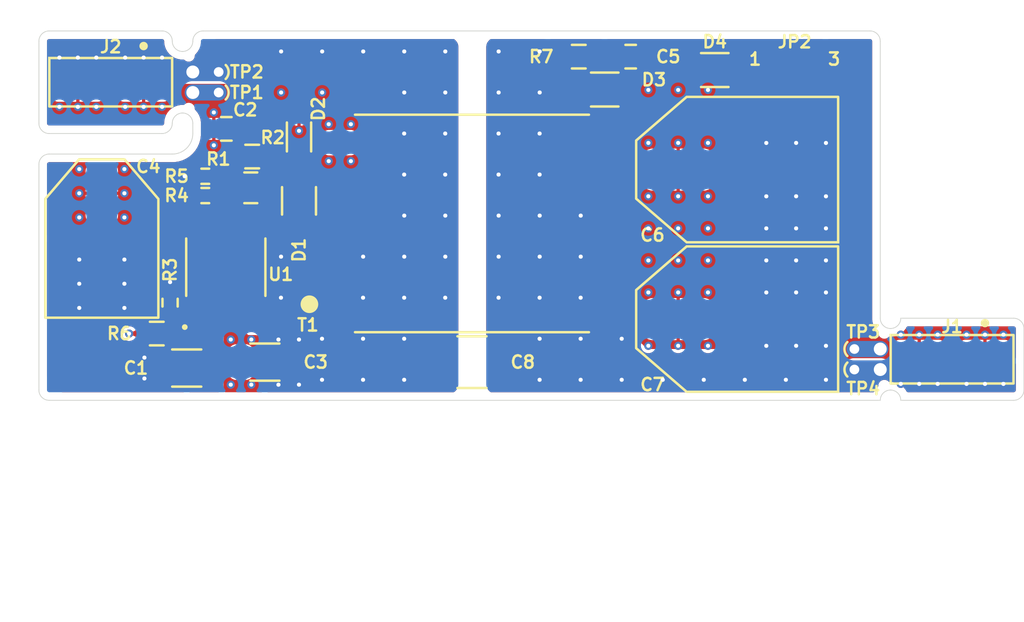
<source format=kicad_pcb>
(kicad_pcb (version 20241229) (generator "pcbnew") (generator_version "9.0")
  (layers (0 "F.Cu" signal) (4 "In1.Cu" power) (6 "In2.Cu" power) (2 "B.Cu" signal) (13 "F.Paste" user) (15 "B.Paste" user) (5 "F.SilkS" user "F.Silkscreen") (7 "B.SilkS" user "B.Silkscreen") (1 "F.Mask" user) (3 "B.Mask" user) (25 "Edge.Cuts" user))
  (net 0 "")
  (net 1 "/INTVCC")
  (net 3 "Net-(U1-RFB)")
  (net 5 "GND")
  (net 9 "GNDA")
  (net 11 "Net-(C2-Pad2)")
  (net 12 "Net-(U1-TC)")
  (net 13 "Net-(U1-RREF)")
  (net 14 "/VIN")
  (net 15 "Net-(D1-Pad1)")
  (net 16 "/EN{slash}UVLO")
  (net 17 "Net-(C5-Pad2)")
  (net 18 "Net-(D3-Pad2)")
  (net 19 "/VOUT")
  (net 20 "/SW")
  (net 21 "Net-(JP2-A)")
  (net 22 "/VOUT_SELECTED")
  (footprint "no_components_footprints:Fiducial_0.5mm_Mask1mm" (layer "F.Cu") (at 140.6652 122.4788)
    (property "Reference" "FID3" (hide yes))
    (property "Value" "Fiducial")
    (pad "" smd circle (at 0 0) (size 0.5 0.5) (layers "F.Cu" "F.Mask") (clearance 0.25))
  )
  (footprint "resistor_footprints:R_0402_1005Metric" (layer "F.Cu") (at 149.94608 109.62894 180)
    (property "Reference" "R5" (at 0.93 0 0) (layer "F.SilkS") (effects (font (size 0.762 0.762) (thickness 0.1524)) (justify right)))
    (property "Value" "10 kΩ")
    (fp_line (start 0.24 0.47) (end -0.24 0.47) (stroke (width 0.1524)) (layer "F.SilkS"))
    (fp_line (start 0.24 -0.47) (end -0.24 -0.47) (stroke (width 0.1524)) (layer "F.SilkS"))
    (pad "1" smd roundrect (at -0.51 0 180) (size 0.54 0.64) (layers "F.Cu" "F.Mask" "F.Paste") (net 13 "Net-(U1-RREF)"))
    (pad "2" smd roundrect (at 0.51 0 180) (size 0.54 0.64) (layers "F.Cu" "F.Mask" "F.Paste") (net 5 "GND"))
  )
  (footprint "diode_footprints:SOD123W" (layer "F.Cu") (at 155.74726 111.14994 -90)
    (property "Reference" "D1" (at 2.2 0 90) (layer "F.SilkS") (effects (font (size 0.762 0.762) (thickness 0.1524)) (justify right)))
    (property "Value" "100.0 V")
    (fp_line (start 0.85 1.05) (end -0.85 1.05) (stroke (width 0.1524)) (layer "F.SilkS"))
    (fp_line (start 0.85 -1.05) (end -0.85 -1.05) (stroke (width 0.1524)) (layer "F.SilkS"))
    (pad "1" smd roundrect (at -1.4 0 270) (size 1.1 1.1) (layers "F.Cu" "F.Mask" "F.Paste") (net 15 "Net-(D1-Pad1)"))
    (pad "2" smd roundrect (at 1.4 0 270) (size 1.1 1.1) (layers "F.Cu" "F.Mask" "F.Paste") (net 20 "/SW"))
  )
  (footprint "mouse_bite_footprints:mouse-bite-midle-50mil-200mil" (layer "F.Cu") (at 192.3542 120.9548 -90)
    (property "Reference" "MB2" (hide yes))
    (property "Value" "mouse-bite-midle-50mil-200mil" (hide yes))
    (pad "" np_thru_hole circle (at -1.651 0.381 270) (size 0.5 0.5) (drill 0.5) (layers "F&B.Cu" "*.Mask"))
    (pad "" np_thru_hole circle (at 1.651 0.381 270) (size 0.5 0.5) (drill 0.5) (layers "F&B.Cu" "*.Mask"))
  )
  (footprint "diode_footprints:SOD123W" (layer "F.Cu") (at 181.47792 103.05538 180)
    (property "Reference" "D4" (at 0 1.304 0) (layer "F.SilkS") (effects (font (size 0.762 0.762) (thickness 0.1524)) (justify bottom)))
    (property "Value" "100.0 V")
    (fp_line (start 0.85 1.05) (end -0.85 1.05) (stroke (width 0.1524)) (layer "F.SilkS"))
    (fp_line (start 0.85 -1.05) (end -0.85 -1.05) (stroke (width 0.1524)) (layer "F.SilkS"))
    (pad "1" smd roundrect (at -1.4 0 180) (size 1.1 1.1) (layers "F.Cu" "F.Mask" "F.Paste") (net 21 "Net-(JP2-A)"))
    (pad "2" smd roundrect (at 1.4 0 180) (size 1.1 1.1) (layers "F.Cu" "F.Mask" "F.Paste") (net 19 "/VOUT"))
  )
  (footprint "diode_footprints:SOD123W" (layer "F.Cu") (at 174.66772 104.26192 180)
    (property "Reference" "D3" (at -2.2 1.05 0) (layer "F.SilkS") (effects (font (size 0.762 0.762) (thickness 0.1524)) (justify left top)))
    (property "Value" "100.0 V")
    (fp_line (start 0.85 1.05) (end -0.85 1.05) (stroke (width 0.1524)) (layer "F.SilkS"))
    (fp_line (start 0.85 -1.05) (end -0.85 -1.05) (stroke (width 0.1524)) (layer "F.SilkS"))
    (pad "1" smd roundrect (at -1.4 0 180) (size 1.1 1.1) (layers "F.Cu" "F.Mask" "F.Paste") (net 19 "/VOUT"))
    (pad "2" smd roundrect (at 1.4 0 180) (size 1.1 1.1) (layers "F.Cu" "F.Mask" "F.Paste") (net 18 "Net-(D3-Pad2)"))
  )
  (footprint "test_point_footprints:TestPoint_THTPad_Castelated" (layer "F.Cu") (at 149.1742 104.4448)
    (property "Reference" "TP1" (at 2.2098 0 0) (layer "F.SilkS") (effects (font (size 0.762 0.762) (thickness 0.1524)) (justify left)))
    (property "Value" "TestPoint" (hide yes))
    (fp_arc (start 2.036734 -0.431051) (mid 2.215279 0.001265) (end 2.034942 0.432836) (stroke (width 0.1524)) (layer "F.SilkS"))
    (pad "1" thru_hole circle (at 0 0) (size 1 1) (drill 0.8) (property pad_prop_castellated) (layers "*.Cu" "*.Mask") (net 14 "/VIN"))
    (pad "1" thru_hole roundrect (at 1.6 0) (size 2.6 1) (drill 0.6 (offset -0.8 0)) (layers "*.Cu" "*.Mask") (roundrect_rratio 0.5) (net 14 "/VIN"))
  )
  (footprint "capacitor_footprints:C_0603_1608Metric" (layer "F.Cu") (at 151.25008 106.69524)
    (property "Reference" "C2" (at 0.325 -0.73 0) (layer "F.SilkS") (effects (font (size 0.762 0.762) (thickness 0.1524)) (justify left bottom)))
    (property "Value" "220 pF")
    (fp_line (start 0.325 -0.73) (end -0.325 -0.73) (stroke (width 0.1524)) (layer "F.SilkS"))
    (fp_line (start 0.325 0.73) (end -0.325 0.73) (stroke (width 0.1524)) (layer "F.SilkS"))
    (pad "1" smd roundrect (at -0.775 0) (size 0.9 0.95) (layers "F.Cu" "F.Mask" "F.Paste") (net 14 "/VIN"))
    (pad "2" smd roundrect (at 0.775 0) (size 0.9 0.95) (layers "F.Cu" "F.Mask" "F.Paste") (net 11 "Net-(C2-Pad2)"))
  )
  (footprint "resistor_footprints:R_0805_2012Metric" (layer "F.Cu") (at 152.76308 110.34268 180)
    (property "Reference" "R1" (at 1.1615 1.331 0) (layer "F.SilkS") (effects (font (size 0.762 0.762) (thickness 0.1524)) (justify right bottom)))
    (property "Value" "360 kΩ")
    (fp_line (start 0.3995 0.95) (end -0.3995 0.95) (stroke (width 0.1524)) (layer "F.SilkS"))
    (fp_line (start 0.3995 -0.95) (end -0.3995 -0.95) (stroke (width 0.1524)) (layer "F.SilkS"))
    (pad "1" smd roundrect (at -0.912 0 180) (size 1.025 1.4) (layers "F.Cu" "F.Mask" "F.Paste") (net 20 "/SW"))
    (pad "2" smd roundrect (at 0.912 0 180) (size 1.025 1.4) (layers "F.Cu" "F.Mask" "F.Paste") (net 3 "Net-(U1-RFB)"))
  )
  (footprint "capacitor_footprints:C_034x0263_8_0x6_7Metric" (layer "F.Cu") (at 182.86224 118.46941)
    (property "Reference" "C7" (at -4.395 4.5 0) (layer "F.SilkS") (effects (font (size 0.762 0.762) (thickness 0.1524)) (justify right bottom)))
    (property "Value" "33 µF")
    (fp_poly (pts (xy -3.125 -4.5) (xy -6.25 -1.8) (xy -6.25 1.8) (xy -3.125 4.5) (xy 6.25 4.5) (xy 6.25 -4.5)) (stroke (width 0.1524)) (fill no) (layer "F.SilkS"))
    (pad "1" smd roundrect (at -3.65 0) (size 4.2 2.2) (layers "F.Cu" "F.Mask" "F.Paste") (net 19 "/VOUT"))
    (pad "2" smd roundrect (at 3.65 0) (size 4.2 2.2) (layers "F.Cu" "F.Mask" "F.Paste") (net 9 "GNDA"))
  )
  (footprint "connector_footprints:FW-02-03-G-D-085-155" (layer "F.Cu") (at 196.1642 120.9548 -90)
    (property "Reference" "J1" (at -1.5762 0 0) (layer "F.SilkS") (effects (font (size 0.762 0.762) (thickness 0.1524)) (justify bottom)))
    (property "Value" "FW-02-03-G-D-085-155")
    (fp_rect (start -1.5 3.8) (end 1.5 -3.8) (stroke (width 0.1524)) (fill no) (layer "F.SilkS"))
    (fp_circle (center -2.24 -2.035) (end -2.425 -2.035) (stroke (width 0.1524)) (fill yes) (layer "F.SilkS"))
    (pad "1" smd roundrect (at -0.635 -2.035 270) (size 0.74 2.79) (layers "F.Cu" "F.Paste") (net 22 "/VOUT_SELECTED"))
    (pad "2" smd roundrect (at -0.635 2.035 270) (size 0.74 2.79) (layers "F.Cu" "F.Paste") (net 22 "/VOUT_SELECTED"))
    (pad "3" smd roundrect (at 0.635 -2.035 270) (size 0.74 2.79) (layers "F.Cu" "F.Paste") (net 9 "GNDA"))
    (pad "4" smd roundrect (at 0.635 2.035 270) (size 0.74 2.79) (layers "F.Cu" "F.Paste") (net 9 "GNDA"))
  )
  (footprint "resistor_footprints:R_0402_1005Metric" (layer "F.Cu") (at 149.94608 110.82274)
    (property "Reference" "R4" (at -0.93 0 0) (layer "F.SilkS") (effects (font (size 0.762 0.762) (thickness 0.1524)) (justify right)))
    (property "Value" "100 kΩ")
    (fp_line (start 0.24 -0.47) (end -0.24 -0.47) (stroke (width 0.1524)) (layer "F.SilkS"))
    (fp_line (start 0.24 0.47) (end -0.24 0.47) (stroke (width 0.1524)) (layer "F.SilkS"))
    (pad "1" smd roundrect (at -0.51 0) (size 0.54 0.64) (layers "F.Cu" "F.Mask" "F.Paste") (net 12 "Net-(U1-TC)"))
    (pad "2" smd roundrect (at 0.51 0) (size 0.54 0.64) (layers "F.Cu" "F.Mask" "F.Paste") (net 13 "Net-(U1-RREF)"))
  )
  (footprint "test_point_footprints:TestPoint_THTPad_Castelated" (layer "F.Cu") (at 191.7192 120.3198 180)
    (property "Reference" "TP3" (at 1.0541 0.6096 0) (layer "F.SilkS") (effects (font (size 0.762 0.762) (thickness 0.1524)) (justify bottom)))
    (property "Value" "TestPoint" (hide yes))
    (fp_arc (start 2.036734 -0.431051) (mid 2.215279 0.001265) (end 2.034942 0.432836) (stroke (width 0.1524)) (layer "F.SilkS"))
    (pad "1" thru_hole circle (at 0 0 180) (size 1 1) (drill 0.8) (property pad_prop_castellated) (layers "*.Cu" "*.Mask") (net 22 "/VOUT_SELECTED"))
    (pad "1" thru_hole roundrect (at 1.6 0 180) (size 2.6 1) (drill 0.6 (offset -0.8 0)) (layers "*.Cu" "*.Mask") (roundrect_rratio 0.5) (net 22 "/VOUT_SELECTED"))
  )
  (footprint "diode_footprints:SOD323" (layer "F.Cu") (at 155.74726 107.19562 90)
    (property "Reference" "D2" (at 0.895 0.75 90) (layer "F.SilkS") (effects (font (size 0.762 0.762) (thickness 0.1524)) (justify left top)))
    (property "Value" "51 V")
    (fp_line (start 0.895 -0.75) (end -0.895 -0.75) (stroke (width 0.1524)) (layer "F.SilkS"))
    (fp_line (start 0.895 0.75) (end -0.895 0.75) (stroke (width 0.1524)) (layer "F.SilkS"))
    (pad "1" smd roundrect (at -1.14 0 90) (size 0.49 0.45) (layers "F.Cu" "F.Mask" "F.Paste") (net 15 "Net-(D1-Pad1)"))
    (pad "2" smd roundrect (at 1.14 0 90) (size 0.49 0.45) (layers "F.Cu" "F.Mask" "F.Paste") (net 14 "/VIN"))
  )
  (footprint "analog_devices_footprints:S_8E_ADI" (layer "F.Cu") (at 151.21608 115.25504 90)
    (property "Reference" "U1" (at 0 2.54 0) (layer "F.SilkS") (effects (font (size 0.762 0.762) (thickness 0.1524) (bold yes)) (justify left top)))
    (property "Value" "LT8304IS8E-PBF")
    (fp_line (start 1.775103 -2.4511) (end -1.775103 -2.4511) (stroke (width 0.1524)) (layer "F.SilkS"))
    (fp_line (start -1.775103 2.4511) (end 1.775103 2.4511) (stroke (width 0.1524)) (layer "F.SilkS"))
    (fp_circle (center -3.7084 -2.54) (end -3.5814 -2.54) (stroke (width 0.1)) (fill yes) (layer "F.SilkS"))
    (pad "1" smd rect (at -2.7051 -1.905 90) (size 1.4986 0.5334) (layers "F.Cu" "F.Mask" "F.Paste") (net 16 "/EN{slash}UVLO"))
    (pad "2" smd rect (at -2.7051 -0.635 90) (size 1.4986 0.5334) (layers "F.Cu" "F.Mask" "F.Paste") (net 1 "/INTVCC"))
    (pad "3" smd rect (at -2.7051 0.635 90) (size 1.4986 0.5334) (layers "F.Cu" "F.Mask" "F.Paste") (net 14 "/VIN"))
    (pad "4" smd rect (at -2.7051 1.905 90) (size 1.4986 0.5334) (layers "F.Cu" "F.Mask" "F.Paste") (net 5 "GND"))
    (pad "5" smd rect (at 2.7051 1.905 90) (size 1.4986 0.5334) (layers "F.Cu" "F.Mask" "F.Paste") (net 20 "/SW"))
    (pad "6" smd rect (at 2.7051 0.635 90) (size 1.4986 0.5334) (layers "F.Cu" "F.Mask" "F.Paste") (net 3 "Net-(U1-RFB)"))
    (pad "7" smd rect (at 2.7051 -0.635 90) (size 1.4986 0.5334) (layers "F.Cu" "F.Mask" "F.Paste") (net 13 "Net-(U1-RREF)"))
    (pad "8" smd rect (at 2.7051 -1.905 90) (size 1.4986 0.5334) (layers "F.Cu" "F.Mask" "F.Paste") (net 12 "Net-(U1-TC)"))
    (pad "EPAD" smd rect (at 0 0 90) (size 2.286 3.2766) (layers "F.Cu" "F.Mask") (net 5 "GND"))
  )
  (footprint "capacitor_footprints:C_023x0248_5_9x6_3Metric" (layer "F.Cu") (at 143.54302 113.481261 -90)
    (property "Reference" "C4" (at -4.9 -2.035 0) (layer "F.SilkS") (effects (font (size 0.762 0.762) (thickness 0.1524)) (justify left top)))
    (property "Value" "22 µF")
    (fp_poly (pts (xy -2.45 -3.5) (xy -4.9 -1.4) (xy -4.9 1.4) (xy -2.45 3.5) (xy 4.9 3.5) (xy 4.9 -3.5)) (stroke (width 0.1524)) (fill no) (layer "F.SilkS"))
    (pad "1" smd roundrect (at -2.8 0 270) (size 3.5 1.6) (layers "F.Cu" "F.Mask" "F.Paste") (net 14 "/VIN"))
    (pad "2" smd roundrect (at 2.8 0 270) (size 3.5 1.6) (layers "F.Cu" "F.Mask" "F.Paste") (net 5 "GND"))
  )
  (footprint "connector_footprints:FW-02-03-G-D-085-155" (layer "F.Cu") (at 144.095136 103.809564 -90)
    (property "Reference" "J2" (at -1.754 0 0) (layer "F.SilkS") (effects (font (size 0.762 0.762) (thickness 0.1524)) (justify bottom)))
    (property "Value" "FW-02-03-G-D-085-155")
    (fp_rect (start -1.5 3.8) (end 1.5 -3.8) (stroke (width 0.1524)) (fill no) (layer "F.SilkS"))
    (fp_circle (center -2.24 -2.035) (end -2.425 -2.035) (stroke (width 0.1524)) (fill yes) (layer "F.SilkS"))
    (pad "1" smd roundrect (at -0.635 -2.035 270) (size 0.74 2.79) (layers "F.Cu" "F.Paste") (net 5 "GND"))
    (pad "2" smd roundrect (at -0.635 2.035 270) (size 0.74 2.79) (layers "F.Cu" "F.Paste") (net 5 "GND"))
    (pad "3" smd roundrect (at 0.635 -2.035 270) (size 0.74 2.79) (layers "F.Cu" "F.Paste") (net 14 "/VIN"))
    (pad "4" smd roundrect (at 0.635 2.035 270) (size 0.74 2.79) (layers "F.Cu" "F.Paste") (net 14 "/VIN"))
  )
  (footprint "capacitor_footprints:C_0603_1608Metric" (layer "F.Cu") (at 176.27346 102.22738 180)
    (property "Reference" "C5" (at -1.48 0 0) (layer "F.SilkS") (effects (font (size 0.762 0.762) (thickness 0.1524)) (justify left)))
    (property "Value" "220 pF")
    (fp_line (start 0.325 0.73) (end -0.325 0.73) (stroke (width 0.1524)) (layer "F.SilkS"))
    (fp_line (start 0.325 -0.73) (end -0.325 -0.73) (stroke (width 0.1524)) (layer "F.SilkS"))
    (pad "1" smd roundrect (at -0.775 0 180) (size 0.9 0.95) (layers "F.Cu" "F.Mask" "F.Paste") (net 19 "/VOUT"))
    (pad "2" smd roundrect (at 0.775 0 180) (size 0.9 0.95) (layers "F.Cu" "F.Mask" "F.Paste") (net 17 "Net-(C5-Pad2)"))
  )
  (footprint "capacitor_footprints:C_1206_3216Metric" (layer "F.Cu") (at 153.63438 121.13006)
    (property "Reference" "C3" (at 2.3 0 0) (layer "F.SilkS") (effects (font (size 0.762 0.762) (thickness 0.1524)) (justify left)))
    (property "Value" "10 µF")
    (fp_line (start 0.9 -1.15) (end -0.9 -1.15) (stroke (width 0.1524)) (layer "F.SilkS"))
    (fp_line (start 0.9 1.15) (end -0.9 1.15) (stroke (width 0.1524)) (layer "F.SilkS"))
    (pad "1" smd roundrect (at -1.475 0) (size 1.15 1.8) (layers "F.Cu" "F.Mask" "F.Paste") (net 14 "/VIN"))
    (pad "2" smd roundrect (at 1.475 0) (size 1.15 1.8) (layers "F.Cu" "F.Mask" "F.Paste") (net 5 "GND"))
  )
  (footprint "resistor_footprints:R_0603_1608Metric" (layer "F.Cu") (at 146.94316 119.36476)
    (property "Reference" "R6" (at -1.48 0 0) (layer "F.SilkS") (effects (font (size 0.762 0.762) (thickness 0.1524)) (justify right)))
    (property "Value" "1 MΩ")
    (fp_line (start 0.425 -0.73) (end -0.425 -0.73) (stroke (width 0.1524)) (layer "F.SilkS"))
    (fp_line (start 0.425 0.73) (end -0.425 0.73) (stroke (width 0.1524)) (layer "F.SilkS"))
    (pad "1" smd roundrect (at -0.825 0) (size 0.8 0.95) (layers "F.Cu" "F.Mask" "F.Paste") (net 14 "/VIN"))
    (pad "2" smd roundrect (at 0.825 0) (size 0.8 0.95) (layers "F.Cu" "F.Mask" "F.Paste") (net 16 "/EN{slash}UVLO"))
  )
  (footprint "transformer_footprints:750315836" (layer "F.Cu") (at 166.45113 112.548888 180)
    (property "Reference" "T1" (at 9.4 -6.73 0) (layer "F.SilkS") (effects (font (size 0.762 0.762) (thickness 0.1524)) (justify right bottom)))
    (property "Value" "750315836")
    (fp_line (start 7.24 6.73) (end -7.24 6.73) (stroke (width 0.1524)) (layer "F.SilkS"))
    (fp_line (start 7.24 -6.73) (end -7.24 -6.73) (stroke (width 0.1524)) (layer "F.SilkS"))
    (fp_circle (center 10.06 -5) (end 9.59 -5) (stroke (width 0.1524)) (fill yes) (layer "F.SilkS"))
    (pad "1" smd roundrect (at 8.18 -5 180) (size 1.88 1.17) (layers "F.Cu" "F.Mask" "F.Paste"))
    (pad "2" smd roundrect (at 8.18 -2.5 180) (size 1.88 1.17) (layers "F.Cu" "F.Mask" "F.Paste"))
    (pad "3" smd roundrect (at 8.18 0 180) (size 1.88 1.17) (layers "F.Cu" "F.Mask" "F.Paste") (net 20 "/SW"))
    (pad "4" smd roundrect (at 8.18 2.5 180) (size 1.88 1.17) (layers "F.Cu" "F.Mask" "F.Paste"))
    (pad "5" smd roundrect (at 8.18 5 180) (size 1.88 1.17) (layers "F.Cu" "F.Mask" "F.Paste") (net 14 "/VIN"))
    (pad "6" smd roundrect (at -8.18 5 180) (size 1.88 1.17) (layers "F.Cu" "F.Mask" "F.Paste"))
    (pad "7" smd roundrect (at -8.18 2.5 180) (size 1.88 1.17) (layers "F.Cu" "F.Mask" "F.Paste") (net 18 "Net-(D3-Pad2)"))
    (pad "8" smd roundrect (at -8.18 0 180) (size 1.88 1.17) (layers "F.Cu" "F.Mask" "F.Paste"))
    (pad "9" smd roundrect (at -8.18 -2.5 180) (size 1.88 1.17) (layers "F.Cu" "F.Mask" "F.Paste") (net 9 "GNDA"))
    (pad "10" smd roundrect (at -8.18 -5 180) (size 1.88 1.17) (layers "F.Cu" "F.Mask" "F.Paste"))
  )
  (footprint "capacitor_footprints:C_1206_3216Metric" (layer "F.Cu") (at 148.79778 121.49836 180)
    (property "Reference" "C1" (at 2.3 0 0) (layer "F.SilkS") (effects (font (size 0.762 0.762) (thickness 0.1524)) (justify right)))
    (property "Value" "1 µF")
    (fp_line (start 0.9 1.15) (end -0.9 1.15) (stroke (width 0.1524)) (layer "F.SilkS"))
    (fp_line (start 0.9 -1.15) (end -0.9 -1.15) (stroke (width 0.1524)) (layer "F.SilkS"))
    (pad "1" smd roundrect (at -1.475 0 180) (size 1.15 1.8) (layers "F.Cu" "F.Mask" "F.Paste") (net 1 "/INTVCC"))
    (pad "2" smd roundrect (at 1.475 0 180) (size 1.15 1.8) (layers "F.Cu" "F.Mask" "F.Paste") (net 5 "GND"))
  )
  (footprint "capacitor_footprints:C_1210_140_3225Metric" (layer "F.Cu") (at 166.45202 121.1326)
    (property "Reference" "C8" (at 2.3 0 0) (layer "F.SilkS") (effects (font (size 0.762 0.762) (thickness 0.1524)) (justify left)))
    (property "Value" "4.7 nF")
    (fp_line (start 0.9 -1.6) (end -0.9 -1.6) (stroke (width 0.1524)) (layer "F.SilkS"))
    (fp_line (start 0.9 1.6) (end -0.9 1.6) (stroke (width 0.1524)) (layer "F.SilkS"))
    (pad "1" smd roundrect (at -1.475 0) (size 1.15 2.7) (layers "F.Cu" "F.Mask" "F.Paste") (net 5 "GND"))
    (pad "2" smd roundrect (at 1.475 0) (size 1.15 2.7) (layers "F.Cu" "F.Mask" "F.Paste") (net 9 "GNDA"))
  )
  (footprint "resistor_footprints:R_0603_1608Metric" (layer "F.Cu") (at 152.85008 108.40974)
    (property "Reference" "R2" (at 0.425 -0.73 0) (layer "F.SilkS") (effects (font (size 0.762 0.762) (thickness 0.1524)) (justify left bottom)))
    (property "Value" "100 Ω")
    (fp_line (start 0.425 -0.73) (end -0.425 -0.73) (stroke (width 0.1524)) (layer "F.SilkS"))
    (fp_line (start 0.425 0.73) (end -0.425 0.73) (stroke (width 0.1524)) (layer "F.SilkS"))
    (pad "1" smd roundrect (at -0.825 0) (size 0.8 0.95) (layers "F.Cu" "F.Mask" "F.Paste") (net 11 "Net-(C2-Pad2)"))
    (pad "2" smd roundrect (at 0.825 0) (size 0.8 0.95) (layers "F.Cu" "F.Mask" "F.Paste") (net 20 "/SW"))
  )
  (footprint "capacitor_footprints:C_034x0263_8_0x6_7Metric" (layer "F.Cu") (at 182.86224 109.21619)
    (property "Reference" "C6" (at -4.395 4.5 0) (layer "F.SilkS") (effects (font (size 0.762 0.762) (thickness 0.1524)) (justify right bottom)))
    (property "Value" "33 µF")
    (fp_poly (pts (xy -3.125 -4.5) (xy -6.25 -1.8) (xy -6.25 1.8) (xy -3.125 4.5) (xy 6.25 4.5) (xy 6.25 -4.5)) (stroke (width 0.1524)) (fill no) (layer "F.SilkS"))
    (pad "1" smd roundrect (at -3.65 0) (size 4.2 2.2) (layers "F.Cu" "F.Mask" "F.Paste") (net 19 "/VOUT"))
    (pad "2" smd roundrect (at 3.65 0) (size 4.2 2.2) (layers "F.Cu" "F.Mask" "F.Paste") (net 9 "GNDA"))
  )
  (footprint "no_components_footprints:Fiducial_0.5mm_Mask1mm" (layer "F.Cu") (at 150.1902 101.6508)
    (property "Reference" "FID2" (hide yes))
    (property "Value" "Fiducial")
    (pad "" smd circle (at 0 0) (size 0.5 0.5) (layers "F.Cu" "F.Mask") (clearance 0.25))
  )
  (footprint "test_point_footprints:TestPoint_THTPad_Castelated" (layer "F.Cu") (at 149.1742 103.1748)
    (property "Reference" "TP2" (at 2.2098 0 0) (layer "F.SilkS") (effects (font (size 0.762 0.762) (thickness 0.1524)) (justify left)))
    (property "Value" "TestPoint" (hide yes))
    (fp_arc (start 2.036734 -0.431051) (mid 2.215279 0.001265) (end 2.034942 0.432836) (stroke (width 0.1524)) (layer "F.SilkS"))
    (pad "1" thru_hole circle (at 0 0) (size 1 1) (drill 0.8) (property pad_prop_castellated) (layers "*.Cu" "*.Mask") (net 5 "GND"))
    (pad "1" thru_hole roundrect (at 1.6 0) (size 2.6 1) (drill 0.6 (offset -0.8 0)) (layers "*.Cu" "*.Mask") (roundrect_rratio 0.5) (net 5 "GND"))
  )
  (footprint "resistor_footprints:R_0402_1005Metric" (layer "F.Cu") (at 147.76816 117.45014 -90)
    (property "Reference" "R3" (at -1.184 0 90) (layer "F.SilkS") (effects (font (size 0.762 0.762) (thickness 0.1524)) (justify left)))
    (property "Value" "100 kΩ")
    (fp_line (start 0.24 0.47) (end -0.24 0.47) (stroke (width 0.1524)) (layer "F.SilkS"))
    (fp_line (start 0.24 -0.47) (end -0.24 -0.47) (stroke (width 0.1524)) (layer "F.SilkS"))
    (pad "1" smd roundrect (at -0.51 0 270) (size 0.54 0.64) (layers "F.Cu" "F.Mask" "F.Paste") (net 5 "GND"))
    (pad "2" smd roundrect (at 0.51 0 270) (size 0.54 0.64) (layers "F.Cu" "F.Mask" "F.Paste") (net 16 "/EN{slash}UVLO"))
  )
  (footprint "no_components_footprints:Fiducial_0.5mm_Mask1mm" (layer "F.Cu") (at 190.4492 101.9048)
    (property "Reference" "FID1" (hide yes))
    (property "Value" "Fiducial")
    (pad "" smd circle (at 0 0) (size 0.5 0.5) (layers "F.Cu" "F.Mask") (clearance 0.25))
  )
  (footprint "resistor_footprints:R_0603_1608Metric" (layer "F.Cu") (at 173.06036 102.22738 180)
    (property "Reference" "R7" (at 1.48 0 0) (layer "F.SilkS") (effects (font (size 0.762 0.762) (thickness 0.1524)) (justify right)))
    (property "Value" "100 Ω")
    (fp_line (start 0.425 0.73) (end -0.425 0.73) (stroke (width 0.1524)) (layer "F.SilkS"))
    (fp_line (start 0.425 -0.73) (end -0.425 -0.73) (stroke (width 0.1524)) (layer "F.SilkS"))
    (pad "1" smd roundrect (at -0.825 0 180) (size 0.8 0.95) (layers "F.Cu" "F.Mask" "F.Paste") (net 17 "Net-(C5-Pad2)"))
    (pad "2" smd roundrect (at 0.825 0 180) (size 0.8 0.95) (layers "F.Cu" "F.Mask" "F.Paste") (net 18 "Net-(D3-Pad2)"))
  )
  (footprint "solder_jumper_footprints:SolderJumper-3_P1.3mm_Bridged_1_2_RoundedPad1.0x1.5mm_NumberLabels" (layer "F.Cu") (at 186.42076 102.872155)
    (property "Reference" "JP2" (at 0 -1.1176 0) (layer "F.SilkS") (effects (font (size 0.762 0.762) (thickness 0.1524) (bold yes)) (justify bottom)))
    (property "Value" "SolderJumper_3_Open")
    (fp_rect (start -0.8915 -0.254) (end -0.3835 0.254) (stroke (width 0.2)) (fill yes) (layer "F.Cu"))
    (fp_text user "3" (at 1.9812 -0.9398 0) (layer "F.SilkS") (effects (font (size 0.762 0.762) (thickness 0.1524) (bold yes)) (justify left top)))
    (fp_text user "1" (at -1.9812 -0.9398 0) (layer "F.SilkS") (effects (font (size 0.762 0.762) (thickness 0.1524) (bold yes)) (justify right top)))
    (pad "1" smd custom (at -1.3 0) (size 1 0.5) (layers "F.Cu" "F.Mask") (net 21 "Net-(JP2-A)") (options (clearance outline) (anchor rect)) (primitives (gr_circle (center 0 0.25) (end 0.5 0.25) (width 0) (fill yes)) (gr_circle (center 0 -0.25) (end 0.5 -0.25) (width 0) (fill yes)) (gr_poly (pts (xy 0.55 0.75) (xy 0 0.75) (xy 0 -0.75) (xy 0.55 -0.75)) (width 0) (fill yes))))
    (pad "2" smd rect (at 0 0) (size 1 1.5) (layers "F.Cu" "F.Mask") (net 22 "/VOUT_SELECTED"))
    (pad "3" smd custom (at 1.3 0) (size 1 0.5) (layers "F.Cu" "F.Mask") (net 19 "/VOUT") (options (clearance outline) (anchor rect)) (primitives (gr_circle (center 0 0.25) (end 0.5 0.25) (width 0) (fill yes)) (gr_circle (center 0 -0.25) (end 0.5 -0.25) (width 0) (fill yes)) (gr_poly (pts (xy 0 0.75) (xy -0.55 0.75) (xy -0.55 -0.75) (xy 0 -0.75)) (width 0) (fill yes))))
  )
  (footprint "mouse_bite_footprints:mouse-bite-midle-50mil-200mil" (layer "F.Cu") (at 148.5392 103.8098 90)
    (property "Reference" "MB1" (hide yes))
    (property "Value" "mouse-bite-midle-50mil-200mil" (hide yes))
    (pad "" np_thru_hole circle (at -1.651 0.381 90) (size 0.5 0.5) (drill 0.5) (layers "F&B.Cu" "*.Mask"))
    (pad "" np_thru_hole circle (at 1.651 0.381 90) (size 0.5 0.5) (drill 0.5) (layers "F&B.Cu" "*.Mask"))
  )
  (footprint "test_point_footprints:TestPoint_THTPad_Castelated" (layer "F.Cu") (at 191.7192 121.5898 180)
    (property "Reference" "TP4" (at 1.0541 -0.7366 0) (layer "F.SilkS") (effects (font (size 0.762 0.762) (thickness 0.1524)) (justify top)))
    (property "Value" "TestPoint" (hide yes))
    (fp_arc (start 2.036734 -0.431051) (mid 2.215279 0.001265) (end 2.034942 0.432836) (stroke (width 0.1524)) (layer "F.SilkS"))
    (pad "1" thru_hole circle (at 0 0 180) (size 1 1) (drill 0.8) (property pad_prop_castellated) (layers "*.Cu" "*.Mask") (net 9 "GNDA"))
    (pad "1" thru_hole roundrect (at 1.6 0 180) (size 2.6 1) (drill 0.6 (offset -0.8 0)) (layers "*.Cu" "*.Mask") (roundrect_rratio 0.5) (net 9 "GNDA"))
  )
  (gr_line (start 140.2842 100.6348) (end 147.2692 100.6348) (stroke (width 0.05)) (layer "Edge.Cuts"))
  (gr_line (start 192.9892 123.4948) (end 199.9742 123.4948) (stroke (width 0.05)) (layer "Edge.Cuts"))
  (gr_line (start 191.7192 101.2698) (end 191.7192 118.4148) (stroke (width 0.05)) (layer "Edge.Cuts"))
  (gr_arc (start 139.6492 108.8898) (mid 139.835187 108.440787) (end 140.2842 108.2548) (stroke (width 0.05)) (layer "Edge.Cuts"))
  (gr_arc (start 147.903728 106.3498) (mid 147.717743 106.798823) (end 147.268728 106.9848) (stroke (width 0.05)) (layer "Edge.Cuts"))
  (gr_arc (start 192.3542 122.8598) (mid 192.803213 123.045787) (end 192.9892 123.4948) (stroke (width 0.05)) (layer "Edge.Cuts"))
  (gr_arc (start 199.9742 118.4148) (mid 200.423213 118.600787) (end 200.6092 119.0498) (stroke (width 0.05)) (layer "Edge.Cuts"))
  (gr_arc (start 140.2842 106.9848) (mid 139.835187 106.798813) (end 139.6492 106.3498) (stroke (width 0.05)) (layer "Edge.Cuts"))
  (gr_line (start 139.6492 106.3498) (end 139.6492 101.2698) (stroke (width 0.05)) (layer "Edge.Cuts"))
  (gr_arc (start 191.0842 100.6348) (mid 191.533213 100.820787) (end 191.7192 101.2698) (stroke (width 0.05)) (layer "Edge.Cuts"))
  (gr_arc (start 149.1742 101.2698) (mid 149.360187 100.820787) (end 149.8092 100.6348) (stroke (width 0.05)) (layer "Edge.Cuts"))
  (gr_arc (start 191.7192 123.4948) (mid 191.905187 123.045787) (end 192.3542 122.8598) (stroke (width 0.05)) (layer "Edge.Cuts"))
  (gr_line (start 139.6492 122.8598) (end 139.6492 108.8898) (stroke (width 0.05)) (layer "Edge.Cuts"))
  (gr_line (start 191.7192 123.4948) (end 140.2842 123.4948) (stroke (width 0.05)) (layer "Edge.Cuts"))
  (gr_line (start 192.9892 118.4148) (end 199.9742 118.4148) (stroke (width 0.05)) (layer "Edge.Cuts"))
  (gr_arc (start 147.903728 106.3498) (mid 148.089717 105.900797) (end 148.538728 105.7148) (stroke (width 0.05)) (layer "Edge.Cuts"))
  (gr_line (start 149.8092 100.6348) (end 191.0842 100.6348) (stroke (width 0.05)) (layer "Edge.Cuts"))
  (gr_arc (start 149.173885 106.984485) (mid 148.802022 107.882714) (end 147.903885 108.2548) (stroke (width 0.05)) (layer "Edge.Cuts"))
  (gr_line (start 147.903885 108.2548) (end 140.2842 108.2548) (stroke (width 0.05)) (layer "Edge.Cuts"))
  (gr_arc (start 139.6492 101.2698) (mid 139.835187 100.820787) (end 140.2842 100.6348) (stroke (width 0.05)) (layer "Edge.Cuts"))
  (gr_arc (start 149.1742 101.2698) (mid 148.988213 101.718813) (end 148.5392 101.9048) (stroke (width 0.05)) (layer "Edge.Cuts"))
  (gr_arc (start 148.5392 101.9048) (mid 148.090187 101.718813) (end 147.9042 101.2698) (stroke (width 0.05)) (layer "Edge.Cuts"))
  (gr_line (start 149.173728 106.3498) (end 149.173885 106.984485) (stroke (width 0.05)) (layer "Edge.Cuts"))
  (gr_arc (start 200.6092 122.8598) (mid 200.423213 123.308813) (end 199.9742 123.4948) (stroke (width 0.05)) (layer "Edge.Cuts"))
  (gr_line (start 200.6092 119.0498) (end 200.6092 122.8598) (stroke (width 0.05)) (layer "Edge.Cuts"))
  (gr_arc (start 192.3542 119.0498) (mid 191.905187 118.863813) (end 191.7192 118.4148) (stroke (width 0.05)) (layer "Edge.Cuts"))
  (gr_arc (start 147.2692 100.6348) (mid 147.718213 100.820787) (end 147.9042 101.2698) (stroke (width 0.05)) (layer "Edge.Cuts"))
  (gr_arc (start 148.538728 105.7148) (mid 148.987741 105.900787) (end 149.173728 106.3498) (stroke (width 0.05)) (layer "Edge.Cuts"))
  (gr_line (start 147.268728 106.9848) (end 140.2842 106.9848) (stroke (width 0.05)) (layer "Edge.Cuts"))
  (gr_arc (start 192.9892 118.4148) (mid 192.803213 118.863813) (end 192.3542 119.0498) (stroke (width 0.05)) (layer "Edge.Cuts"))
  (gr_arc (start 140.2842 123.4948) (mid 139.835187 123.308813) (end 139.6492 122.8598) (stroke (width 0.05)) (layer "Edge.Cuts"))
  (segment (start 151.85108 112.54994) (end 151.85108 110.34268) (width 0.1778) (layer "F.Cu") (net 3))
  (via (at 164.7952 106.9848) (size 0.508) (drill 0.254) (layers "F.Cu" "B.Cu") (net 5))
  (via (at 146.130136 102.285344) (size 0.508) (drill 0.254) (layers "F.Cu" "B.Cu") (net 5))
  (via (at 142.14602 116.281261) (size 0.508) (drill 0.254) (layers "F.Cu" "B.Cu") (net 5))
  (via (at 154.47438 119.7356) (size 0.508) (drill 0.254) (layers "F.Cu" "B.Cu") (net 5))
  (via (at 142.060136 102.285564) (size 0.508) (drill 0.254) (layers "F.Cu" "B.Cu") (net 5))
  (via (at 164.80013 101.9048) (size 0.508) (drill 0.254) (layers "F.Cu" "B.Cu") (net 5))
  (via (at 144.94002 117.77726) (size 0.508) (drill 0.254) (layers "F.Cu" "B.Cu") (net 5))
  (via (at 157.17027 122.2248) (size 0.508) (drill 0.254) (layers "F.Cu" "B.Cu") (net 5))
  (via (at 157.17027 119.6848) (size 0.508) (drill 0.254) (layers "F.Cu" "B.Cu") (net 5))
  (via (at 159.71027 119.6848) (size 0.508) (drill 0.254) (layers "F.Cu" "B.Cu") (net 5))
  (via (at 144.989137 102.285344) (size 0.508) (drill 0.254) (layers "F.Cu" "B.Cu") (net 5))
  (via (at 162.26013 112.0648) (size 0.508) (drill 0.254) (layers "F.Cu" "B.Cu") (net 5))
  (via (at 148.67408 109.62894) (size 0.508) (drill 0.254) (layers "F.Cu" "B.Cu") (net 5))
  (via (at 146.17978 120.85236) (size 0.508) (drill 0.254) (layers "F.Cu" "B.Cu") (net 5))
  (via (at 155.74438 122.52706) (size 0.508) (drill 0.254) (layers "F.Cu" "B.Cu") (net 5))
  (via (at 162.2552 106.9848) (size 0.508) (drill 0.254) (layers "F.Cu" "B.Cu") (net 5))
  (via (at 164.80013 114.6048) (size 0.508) (drill 0.254) (layers "F.Cu" "B.Cu") (net 5))
  (via (at 147.271136 102.285344) (size 0.508) (drill 0.254) (layers "F.Cu" "B.Cu") (net 5))
  (via (at 140.919137 102.285564) (size 0.508) (drill 0.254) (layers "F.Cu" "B.Cu") (net 5))
  (via (at 162.26013 104.4448) (size 0.508) (drill 0.254) (layers "F.Cu" "B.Cu") (net 5))
  (via (at 154.6352 114.6048) (size 0.508) (drill 0.254) (layers "F.Cu" "B.Cu") (net 5))
  (via (at 162.26013 114.6048) (size 0.508) (drill 0.254) (layers "F.Cu" "B.Cu") (net 5))
  (via (at 164.7952 117.1448) (size 0.508) (drill 0.254) (layers "F.Cu" "B.Cu") (net 5))
  (via (at 162.2552 119.6848) (size 0.508) (drill 0.254) (layers "F.Cu" "B.Cu") (net 5))
  (via (at 147.76816 116.17814) (size 0.508) (drill 0.254) (layers "F.Cu" "B.Cu") (net 5))
  (via (at 142.14602 114.785261) (size 0.508) (drill 0.254) (layers "F.Cu" "B.Cu") (net 5))
  (via (at 162.2552 109.5248) (size 0.508) (drill 0.254) (layers "F.Cu" "B.Cu") (net 5))
  (via (at 144.94002 116.281261) (size 0.508) (drill 0.254) (layers "F.Cu" "B.Cu") (net 5))
  (via (at 164.80013 104.4448) (size 0.508) (drill 0.254) (layers "F.Cu" "B.Cu") (net 5))
  (via (at 146.17978 122.144359) (size 0.508) (drill 0.254) (layers "F.Cu" "B.Cu") (net 5))
  (via (at 157.18013 101.9048) (size 0.508) (drill 0.254) (layers "F.Cu" "B.Cu") (net 5))
  (via (at 142.14602 117.77726) (size 0.508) (drill 0.254) (layers "F.Cu" "B.Cu") (net 5))
  (via (at 162.2552 117.1448) (size 0.508) (drill 0.254) (layers "F.Cu" "B.Cu") (net 5))
  (via (at 159.72013 101.9048) (size 0.508) (drill 0.254) (layers "F.Cu" "B.Cu") (net 5))
  (via (at 154.47438 122.5296) (size 0.508) (drill 0.254) (layers "F.Cu" "B.Cu") (net 5))
  (via (at 159.7152 114.6048) (size 0.508) (drill 0.254) (layers "F.Cu" "B.Cu") (net 5))
  (via (at 154.64013 101.9048) (size 0.508) (drill 0.254) (layers "F.Cu" "B.Cu") (net 5))
  (via (at 159.71027 117.1448) (size 0.508) (drill 0.254) (layers "F.Cu" "B.Cu") (net 5))
  (via (at 154.63027 117.1448) (size 0.508) (drill 0.254) (layers "F.Cu" "B.Cu") (net 5))
  (via (at 159.71027 122.2248) (size 0.508) (drill 0.254) (layers "F.Cu" "B.Cu") (net 5))
  (via (at 155.74438 119.73306) (size 0.508) (drill 0.254) (layers "F.Cu" "B.Cu") (net 5))
  (via (at 144.94002 114.785261) (size 0.508) (drill 0.254) (layers "F.Cu" "B.Cu") (net 5))
  (via (at 162.26013 101.9048) (size 0.508) (drill 0.254) (layers "F.Cu" "B.Cu") (net 5))
  (via (at 162.2552 122.2248) (size 0.508) (drill 0.254) (layers "F.Cu" "B.Cu") (net 5))
  (via (at 143.201136 102.285344) (size 0.508) (drill 0.254) (layers "F.Cu" "B.Cu") (net 5))
  (via (at 164.80013 112.0648) (size 0.508) (drill 0.254) (layers "F.Cu" "B.Cu") (net 5))
  (via (at 164.7952 109.5248) (size 0.508) (drill 0.254) (layers "F.Cu" "B.Cu") (net 5))
  (via (at 199.341199 122.47858) (size 0.508) (drill 0.254) (layers "F.Cu" "B.Cu") (net 9))
  (via (at 168.0972 109.5248) (size 0.508) (drill 0.254) (layers "F.Cu" "B.Cu") (net 9))
  (via (at 188.358239 120.12295) (size 0.508) (drill 0.254) (layers "F.Cu" "B.Cu") (net 9))
  (via (at 184.66624 116.82095) (size 0.508) (drill 0.254) (layers "F.Cu" "B.Cu") (net 9))
  (via (at 170.64213 112.0648) (size 0.508) (drill 0.254) (layers "F.Cu" "B.Cu") (net 9))
  (via (at 185.8772 122.2248) (size 0.508) (drill 0.254) (layers "F.Cu" "B.Cu") (net 9))
  (via (at 184.66624 107.56773) (size 0.508) (drill 0.254) (layers "F.Cu" "B.Cu") (net 9))
  (via (at 168.10213 112.0648) (size 0.508) (drill 0.254) (layers "F.Cu" "B.Cu") (net 9))
  (via (at 183.3372 122.2248) (size 0.508) (drill 0.254) (layers "F.Cu" "B.Cu") (net 9))
  (via (at 188.358239 112.85347) (size 0.508) (drill 0.254) (layers "F.Cu" "B.Cu") (net 9))
  (via (at 192.9892 122.4788) (size 0.508) (drill 0.254) (layers "F.Cu" "B.Cu") (net 9))
  (via (at 186.51224 114.83721) (size 0.508) (drill 0.254) (layers "F.Cu" "B.Cu") (net 9))
  (via (at 186.51224 116.81841) (size 0.508) (drill 0.254) (layers "F.Cu" "B.Cu") (net 9))
  (via (at 186.51224 107.56519) (size 0.508) (drill 0.254) (layers "F.Cu" "B.Cu") (net 9))
  (via (at 173.18213 114.6048) (size 0.508) (drill 0.254) (layers "F.Cu" "B.Cu") (net 9))
  (via (at 186.51224 110.86719) (size 0.508) (drill 0.254) (layers "F.Cu" "B.Cu") (net 9))
  (via (at 195.271199 122.47858) (size 0.508) (drill 0.254) (layers "F.Cu" "B.Cu") (net 9))
  (via (at 170.64213 101.9048) (size 0.508) (drill 0.254) (layers "F.Cu" "B.Cu") (net 9))
  (via (at 186.51224 120.12041) (size 0.508) (drill 0.254) (layers "F.Cu" "B.Cu") (net 9))
  (via (at 170.6372 109.5248) (size 0.508) (drill 0.254) (layers "F.Cu" "B.Cu") (net 9))
  (via (at 178.2572 122.2248) (size 0.508) (drill 0.254) (layers "F.Cu" "B.Cu") (net 9))
  (via (at 168.10213 104.4448) (size 0.508) (drill 0.254) (layers "F.Cu" "B.Cu") (net 9))
  (via (at 188.358239 110.86973) (size 0.508) (drill 0.254) (layers "F.Cu" "B.Cu") (net 9))
  (via (at 184.66624 120.12295) (size 0.508) (drill 0.254) (layers "F.Cu" "B.Cu") (net 9))
  (via (at 168.0972 117.1448) (size 0.508) (drill 0.254) (layers "F.Cu" "B.Cu") (net 9))
  (via (at 175.7172 122.2248) (size 0.508) (drill 0.254) (layers "F.Cu" "B.Cu") (net 9))
  (via (at 170.64213 104.4448) (size 0.508) (drill 0.254) (layers "F.Cu" "B.Cu") (net 9))
  (via (at 188.358239 122.2248) (size 0.508) (drill 0.254) (layers "F.Cu" "B.Cu") (net 9))
  (via (at 170.6372 122.2248) (size 0.508) (drill 0.254) (layers "F.Cu" "B.Cu") (net 9))
  (via (at 170.6372 106.9848) (size 0.508) (drill 0.254) (layers "F.Cu" "B.Cu") (net 9))
  (via (at 173.1772 122.2248) (size 0.508) (drill 0.254) (layers "F.Cu" "B.Cu") (net 9))
  (via (at 168.10213 114.6048) (size 0.508) (drill 0.254) (layers "F.Cu" "B.Cu") (net 9))
  (via (at 188.358239 114.83721) (size 0.508) (drill 0.254) (layers "F.Cu" "B.Cu") (net 9))
  (via (at 173.1772 119.6848) (size 0.508) (drill 0.254) (layers "F.Cu" "B.Cu") (net 9))
  (via (at 180.7972 122.2248) (size 0.508) (drill 0.254) (layers "F.Cu" "B.Cu") (net 9))
  (via (at 173.18213 112.0648) (size 0.508) (drill 0.254) (layers "F.Cu" "B.Cu") (net 9))
  (via (at 186.51224 112.85347) (size 0.508) (drill 0.254) (layers "F.Cu" "B.Cu") (net 9))
  (via (at 170.64213 114.6048) (size 0.508) (drill 0.254) (layers "F.Cu" "B.Cu") (net 9))
  (via (at 175.7172 119.6848) (size 0.508) (drill 0.254) (layers "F.Cu" "B.Cu") (net 9))
  (via (at 197.0592 122.47858) (size 0.508) (drill 0.254) (layers "F.Cu" "B.Cu") (net 9))
  (via (at 184.66624 112.85347) (size 0.508) (drill 0.254) (layers "F.Cu" "B.Cu") (net 9))
  (via (at 170.6372 119.6848) (size 0.508) (drill 0.254) (layers "F.Cu" "B.Cu") (net 9))
  (via (at 188.358239 107.56773) (size 0.508) (drill 0.254) (layers "F.Cu" "B.Cu") (net 9))
  (via (at 170.6372 117.1448) (size 0.508) (drill 0.254) (layers "F.Cu" "B.Cu") (net 9))
  (via (at 173.1772 117.1448) (size 0.508) (drill 0.254) (layers "F.Cu" "B.Cu") (net 9))
  (via (at 184.66624 110.86973) (size 0.508) (drill 0.254) (layers "F.Cu" "B.Cu") (net 9))
  (via (at 194.130199 122.4788) (size 0.508) (drill 0.254) (layers "F.Cu" "B.Cu") (net 9))
  (via (at 168.0972 106.9848) (size 0.508) (drill 0.254) (layers "F.Cu" "B.Cu") (net 9))
  (via (at 198.200199 122.47858) (size 0.508) (drill 0.254) (layers "F.Cu" "B.Cu") (net 9))
  (via (at 168.10213 101.9048) (size 0.508) (drill 0.254) (layers "F.Cu" "B.Cu") (net 9))
  (via (at 188.358239 116.82095) (size 0.508) (drill 0.254) (layers "F.Cu" "B.Cu") (net 9))
  (via (at 184.66624 114.83721) (size 0.508) (drill 0.254) (layers "F.Cu" "B.Cu") (net 9))
  (segment (start 152.02508 108.40974) (end 152.02508 106.69524) (width 0.1778) (layer "F.Cu") (net 11))
  (segment (start 149.31108 112.54994) (end 149.31108 111.105455) (width 0.1778) (layer "F.Cu") (net 12))
  (segment (start 149.422673 110.836147) (end 149.43608 110.82274) (width 0.1778) (layer "F.Cu") (net 12))
  (arc (start 149.422673 110.836147) (mid 149.340066 110.959738) (end 149.31108 111.105455) (width 0.1778) (layer "F.Cu") (net 12))
  (segment (start 150.469487 110.836147) (end 150.45608 110.82274) (width 0.1778) (layer "F.Cu") (net 13))
  (segment (start 150.45608 109.62894) (end 150.45608 110.82274) (width 0.1778) (layer "F.Cu") (net 13))
  (segment (start 150.58108 112.54994) (end 150.58108 111.105641) (width 0.1778) (layer "F.Cu") (net 13))
  (arc (start 150.58108 111.105641) (mid 150.552054 110.959739) (end 150.469487 110.836147) (width 0.1778) (layer "F.Cu") (net 13))
  (segment (start 146.11816 119.36476) (end 145.22916 119.36476) (width 0.1778) (layer "F.Cu") (net 14))
  (via (at 150.47508 105.67924) (size 0.508) (drill 0.254) (layers "F.Cu" "B.Cu") (net 14))
  (via (at 157.58513 106.405888) (size 0.508) (drill 0.254) (layers "F.Cu" "B.Cu") (net 14))
  (via (at 146.130136 105.333344) (size 0.508) (drill 0.254) (layers "F.Cu" "B.Cu") (net 14))
  (via (at 157.18013 104.4448) (size 0.508) (drill 0.254) (layers "F.Cu" "B.Cu") (net 14))
  (via (at 150.47508 107.71124) (size 0.508) (drill 0.254) (layers "F.Cu" "B.Cu") (net 14))
  (via (at 142.14602 112.17726) (size 0.508) (drill 0.254) (layers "F.Cu" "B.Cu") (net 14))
  (via (at 142.14602 109.185261) (size 0.508) (drill 0.254) (layers "F.Cu" "B.Cu") (net 14))
  (via (at 143.201136 105.333344) (size 0.508) (drill 0.254) (layers "F.Cu" "B.Cu") (net 14))
  (via (at 152.79438 119.73306) (size 0.508) (drill 0.254) (layers "F.Cu" "B.Cu") (net 14))
  (via (at 158.957129 108.691888) (size 0.508) (drill 0.254) (layers "F.Cu" "B.Cu") (net 14))
  (via (at 147.271136 105.333344) (size 0.508) (drill 0.254) (layers "F.Cu" "B.Cu") (net 14))
  (via (at 144.94002 110.681261) (size 0.508) (drill 0.254) (layers "F.Cu" "B.Cu") (net 14))
  (via (at 151.52438 119.73306) (size 0.508) (drill 0.254) (layers "F.Cu" "B.Cu") (net 14))
  (via (at 152.79438 122.52706) (size 0.508) (drill 0.254) (layers "F.Cu" "B.Cu") (net 14))
  (via (at 144.94002 112.17726) (size 0.508) (drill 0.254) (layers "F.Cu" "B.Cu") (net 14))
  (via (at 155.74726 106.81762) (size 0.508) (drill 0.254) (layers "F.Cu" "B.Cu") (net 14))
  (via (at 142.060136 105.333564) (size 0.508) (drill 0.254) (layers "F.Cu" "B.Cu") (net 14))
  (via (at 151.52438 122.52706) (size 0.508) (drill 0.254) (layers "F.Cu" "B.Cu") (net 14))
  (via (at 144.94002 109.185261) (size 0.508) (drill 0.254) (layers "F.Cu" "B.Cu") (net 14))
  (via (at 145.22916 119.36476) (size 0.508) (drill 0.254) (layers "F.Cu" "B.Cu") (net 14))
  (via (at 158.957129 106.405888) (size 0.508) (drill 0.254) (layers "F.Cu" "B.Cu") (net 14))
  (via (at 144.989137 105.333344) (size 0.508) (drill 0.254) (layers "F.Cu" "B.Cu") (net 14))
  (via (at 142.14602 110.681261) (size 0.508) (drill 0.254) (layers "F.Cu" "B.Cu") (net 14))
  (via (at 157.58513 108.691888) (size 0.508) (drill 0.254) (layers "F.Cu" "B.Cu") (net 14))
  (via (at 154.64013 104.4448) (size 0.508) (drill 0.254) (layers "F.Cu" "B.Cu") (net 14))
  (via (at 140.919137 105.333564) (size 0.508) (drill 0.254) (layers "F.Cu" "B.Cu") (net 14))
  (segment (start 155.74726 109.74994) (end 155.74726 108.33562) (width 0.1778) (layer "F.Cu") (net 15))
  (segment (start 147.76816 119.36476) (end 147.76816 117.96014) (width 0.1778) (layer "F.Cu") (net 16))
  (segment (start 149.31108 117.96014) (end 147.76816 117.96014) (width 0.1778) (layer "F.Cu") (net 16))
  (segment (start 173.88536 102.22738) (end 175.49846 102.22738) (width 0.1778) (layer "F.Cu") (net 17))
  (via (at 177.36624 104.28732) (size 0.508) (drill 0.254) (layers "F.Cu" "B.Cu") (net 19))
  (via (at 177.36624 107.56519) (size 0.508) (drill 0.254) (layers "F.Cu" "B.Cu") (net 19))
  (via (at 179.21224 104.28732) (size 0.508) (drill 0.254) (layers "F.Cu" "B.Cu") (net 19))
  (via (at 181.058239 112.85347) (size 0.508) (drill 0.254) (layers "F.Cu" "B.Cu") (net 19))
  (via (at 177.36624 110.86719) (size 0.508) (drill 0.254) (layers "F.Cu" "B.Cu") (net 19))
  (via (at 181.058239 104.28732) (size 0.508) (drill 0.254) (layers "F.Cu" "B.Cu") (net 19))
  (via (at 179.21224 112.85347) (size 0.508) (drill 0.254) (layers "F.Cu" "B.Cu") (net 19))
  (via (at 181.058239 110.86719) (size 0.508) (drill 0.254) (layers "F.Cu" "B.Cu") (net 19))
  (via (at 177.36624 112.85347) (size 0.508) (drill 0.254) (layers "F.Cu" "B.Cu") (net 19))
  (via (at 181.058239 107.56519) (size 0.508) (drill 0.254) (layers "F.Cu" "B.Cu") (net 19))
  (via (at 181.058239 116.81841) (size 0.508) (drill 0.254) (layers "F.Cu" "B.Cu") (net 19))
  (via (at 179.21224 116.81841) (size 0.508) (drill 0.254) (layers "F.Cu" "B.Cu") (net 19))
  (via (at 177.36624 116.81841) (size 0.508) (drill 0.254) (layers "F.Cu" "B.Cu") (net 19))
  (via (at 181.058239 114.83721) (size 0.508) (drill 0.254) (layers "F.Cu" "B.Cu") (net 19))
  (via (at 179.21224 107.56519) (size 0.508) (drill 0.254) (layers "F.Cu" "B.Cu") (net 19))
  (via (at 177.36624 120.12041) (size 0.508) (drill 0.254) (layers "F.Cu" "B.Cu") (net 19))
  (via (at 179.21224 114.83721) (size 0.508) (drill 0.254) (layers "F.Cu" "B.Cu") (net 19))
  (via (at 179.21224 110.86719) (size 0.508) (drill 0.254) (layers "F.Cu" "B.Cu") (net 19))
  (via (at 181.058239 120.12041) (size 0.508) (drill 0.254) (layers "F.Cu" "B.Cu") (net 19))
  (via (at 179.21224 120.12041) (size 0.508) (drill 0.254) (layers "F.Cu" "B.Cu") (net 19))
  (via (at 177.36624 114.83721) (size 0.508) (drill 0.254) (layers "F.Cu" "B.Cu") (net 19))
  (via (at 197.0592 119.43058) (size 0.508) (drill 0.254) (layers "F.Cu" "B.Cu") (net 22))
  (via (at 192.9892 119.4308) (size 0.508) (drill 0.254) (layers "F.Cu" "B.Cu") (net 22))
  (via (at 194.130199 119.4308) (size 0.508) (drill 0.254) (layers "F.Cu" "B.Cu") (net 22))
  (via (at 198.200199 119.43058) (size 0.508) (drill 0.254) (layers "F.Cu" "B.Cu") (net 22))
  (via (at 195.271199 119.43058) (size 0.508) (drill 0.254) (layers "F.Cu" "B.Cu") (net 22))
  (via (at 199.341199 119.43058) (size 0.508) (drill 0.254) (layers "F.Cu" "B.Cu") (net 22))
  (zone (net 14) (net_name "/VIN") (layer "F.Cu") (priority 1) (connect_pads (clearance 0.2032)) (min_thickness 0.2032) (fill yes (thermal_gap 0.2032) (thermal_bridge_width 0.2032) (smoothing fillet) (radius 0.508))
    (polygon (pts (xy 154.7876 111.2012) (xy 154.7876 109.1184) (xy 148.3868 109.1184) (xy 147.5232 109.982) (xy 147.5232 113.3856) (xy 139.6492 113.3856) (xy 139.6492 103.9114) (xy 159.7914 103.9114) (xy 159.7914 111.2012)))
  )
  (zone (net 19) (net_name "/VOUT") (layer "F.Cu") (priority 1) (connect_pads (clearance 0.2032)) (min_thickness 0.2032) (fill yes (thermal_gap 0.2032) (thermal_bridge_width 0.2032) (smoothing fillet) (radius 0.508))
    (polygon (pts (xy 188.214 100.6348) (xy 188.214 103.378) (xy 187.9346 103.6574) (xy 187.1726 103.6574) (xy 187.1726 101.8286) (xy 181.7878 101.8286) (xy 181.356 102.2604) (xy 181.356 103.886) (xy 182.753 105.283) (xy 182.753 119.4308) (xy 181.864 120.3198) (xy 177.292 120.3198) (xy 176.3776 119.4054) (xy 176.3776 106.7562) (xy 174.7774 105.156) (xy 174.7774 100.6348)))
  )
  (zone (net 14) (net_name "/VIN") (layer "F.Cu") (priority 1) (connect_pads (clearance 0.2032)) (min_thickness 0.2032) (fill yes (thermal_gap 0.2032) (thermal_bridge_width 0.2032) (smoothing fillet) (radius 0.508))
    (polygon (pts (xy 151.0792 119.4562) (xy 151.0792 123.4948) (xy 153.5176 123.4948) (xy 153.5176 119.4562) (xy 152.6032 119.4562) (xy 152.1206 118.9736) (xy 152.1206 117.1956) (xy 151.5618 117.1956) (xy 151.5618 118.9736)))
  )
  (zone (net 1) (net_name "/INTVCC") (layer "F.Cu") (priority 1) (connect_pads (clearance 0.2032)) (min_thickness 0.2032) (fill yes (thermal_gap 0.2032) (thermal_bridge_width 0.2032) (smoothing fillet) (radius 0.508))
    (polygon (pts (xy 150.8506 123.4948) (xy 148.8948 123.4948) (xy 148.8948 120.3452) (xy 150.2918 118.9482) (xy 150.2918 117.1956) (xy 150.8506 117.1956)))
  )
  (zone (net 20) (net_name "/SW") (layer "F.Cu") (priority 4) (connect_pads (clearance 0.2032)) (min_thickness 0.2032) (fill yes (thermal_gap 0.2032) (thermal_bridge_width 0.2032) (smoothing fillet) (radius 0.508))
    (polygon (pts (xy 159.7914 113.665) (xy 153.6446 113.665) (xy 153.4414 113.4618) (xy 152.6794 113.4618) (xy 152.6794 107.4674) (xy 154.6098 107.4674) (xy 154.6098 111.4044) (xy 159.7914 111.4044)))
  )
  (zone (net 22) (net_name "/VOUT_SELECTED") (layer "F.Cu") (priority 3) (connect_pads (clearance 0.2032)) (min_thickness 0.2032) (fill yes (thermal_gap 0.2032) (thermal_bridge_width 0.2032) (smoothing fillet) (radius 0.508))
    (polygon (pts (xy 185.928 102.0572) (xy 186.9186 102.0572) (xy 186.9186 103.8606) (xy 188.0108 103.8606) (xy 188.4426 103.4288) (xy 188.4426 100.6348) (xy 191.7192 100.6348) (xy 191.7192 118.4148) (xy 200.6092 118.4148) (xy 200.6092 120.9548) (xy 189.3062 120.9548) (xy 189.3062 104.9782) (xy 185.928 104.9782)))
  )
  (zone (net 21) (net_name "Net-(JP2-A)") (layer "F.Cu") (priority 1) (connect_pads (clearance 0.2032)) (min_thickness 0.2032) (fill yes (thermal_gap 0.2032) (thermal_bridge_width 0.2032) (smoothing fillet) (radius 0.508))
    (polygon (pts (xy 181.5846 103.8098) (xy 182.753 104.9782) (xy 185.674 104.9782) (xy 185.674 102.0572) (xy 181.5846 102.0572)))
  )
  (zone (net 18) (net_name "Net-(D3-Pad2)") (layer "F.Cu") (priority 5) (connect_pads (clearance 0.2032)) (min_thickness 0.2032) (fill yes (thermal_gap 0.2032) (thermal_bridge_width 0.2032) (smoothing fillet) (radius 0.508))
    (polygon (pts (xy 171.2468 111.2266) (xy 171.2468 100.6348) (xy 174.5488 100.6348) (xy 174.5488 105.2322) (xy 176.1744 106.8578) (xy 176.1744 111.2266)))
  )
  (zone (net 9) (net_name "GNDA") (layers "F.Cu" "B.Cu" "In1.Cu" "In2.Cu") (connect_pads (clearance 0.2032)) (min_thickness 0.2032) (fill yes (thermal_gap 0.2032) (thermal_bridge_width 0.2032) (smoothing fillet) (radius 0.508))
    (polygon (pts (xy 191.7192 100.6348) (xy 168.0972 100.6348) (xy 167.3352 101.3968) (xy 167.3352 122.7328) (xy 168.0972 123.4948) (xy 200.6092 123.4948) (xy 200.6092 118.4148) (xy 191.7192 118.4148)))
  )
  (zone (net 5) (net_name "GND") (layers "F.Cu" "B.Cu" "In1.Cu" "In2.Cu") (connect_pads (clearance 0.2032)) (min_thickness 0.2032) (fill yes (thermal_gap 0.2032) (thermal_bridge_width 0.2032) (smoothing fillet) (radius 0.508))
    (polygon (pts (xy 164.846 100.6348) (xy 139.6492 100.6348) (xy 139.6492 123.4948) (xy 164.846 123.4948) (xy 165.608 122.7328) (xy 165.608 101.3968)))
  )
)
</source>
